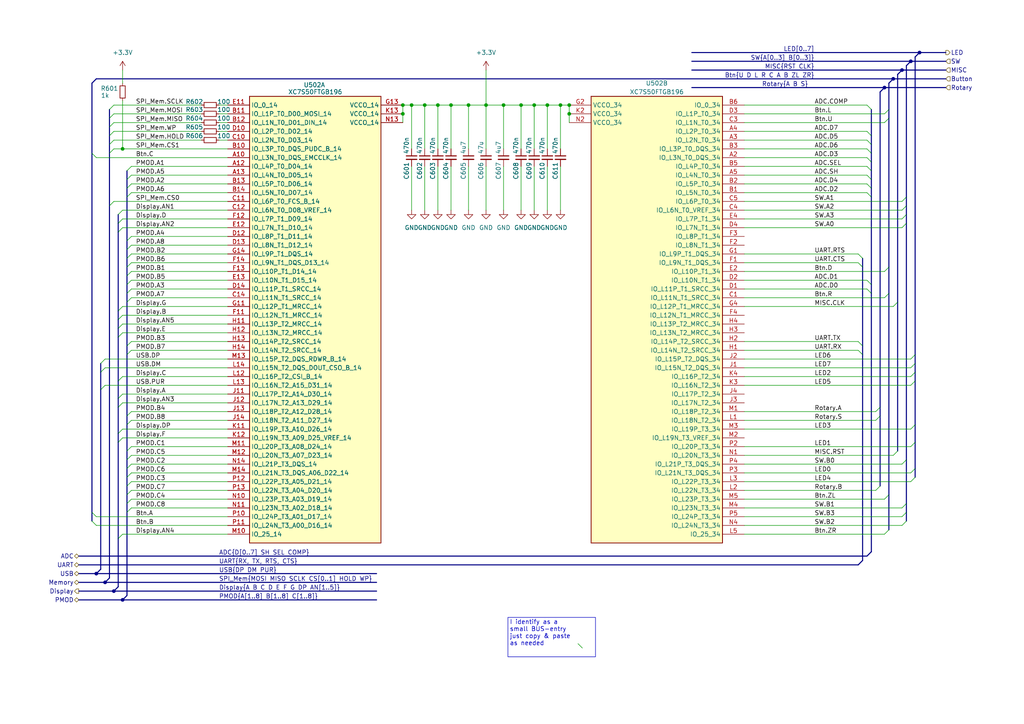
<source format=kicad_sch>
(kicad_sch (version 20250114) (generator "eeschema") (generator_version "9.0")
  (paper "A4")
  (lib_symbols
    (symbol "Device:C_Small" (pin_numbers (hide yes)) (pin_names (offset 0.254) (hide yes))
      (property "Reference" "C" (at 0.254 1.778 0))
      (property "Value" "C_Small" (at 0.254 -2.032 0))
      (symbol "C_Small_1_1"
        (pin passive line (at 0 2.54 270) (length 2.032) (name "~") (number "1"))
        (pin passive line (at 0 -2.54 90) (length 2.032) (name "~") (number "2"))
      )
    )
    (symbol "Device:R_Small" (pin_numbers (hide yes)) (pin_names (offset 0.254) (hide yes))
      (property "Reference" "R" (at 0.762 0.508 0))
      (property "Value" "R_Small" (at 0.762 -1.016 0))
      (symbol "R_Small_1_1"
        (pin passive line (at 0 2.54 270) (length 0.762) (name "~") (number "1"))
        (pin passive line (at 0 -2.54 90) (length 0.762) (name "~") (number "2"))
      )
    )
    (symbol "FPGA-Devel:XC7S50FTGB196"
      (property "Reference" "U" (at 1.016 -1.524 0))
      (property "Value" "XC7S50FTGB196" (at 30.226 -1.524 0))
      (symbol "XC7S50FTGB196_1_1"
        (pin power_in line (at -6.35 127 0) (length 6.35) (name "VCCO_14") (number "G13"))
        (pin power_in line (at -6.35 124.46 0) (length 6.35) (name "VCCO_14") (number "K13"))
        (pin power_in line (at -6.35 121.92 0) (length 6.35) (name "VCCO_14") (number "N13"))
        (pin bidirectional line (at 44.45 127 180) (length 6.35) (name "IO_0_14") (number "E11"))
        (pin bidirectional line (at 44.45 124.46 180) (length 6.35) (name "IO_L1P_T0_D00_MOSI_14") (number "B11"))
        (pin bidirectional line (at 44.45 121.92 180) (length 6.35) (name "IO_L1N_T0_D01_DIN_14") (number "B12"))
        (pin bidirectional line (at 44.45 119.38 180) (length 6.35) (name "IO_L2P_T0_D02_14") (number "D10"))
        (pin bidirectional line (at 44.45 116.84 180) (length 6.35) (name "IO_L2N_T0_D03_14") (number "C10"))
        (pin bidirectional line (at 44.45 114.3 180) (length 6.35) (name "IO_L3P_T0_DQS_PUDC_B_14") (number "B10"))
        (pin bidirectional line (at 44.45 111.76 180) (length 6.35) (name "IO_L3N_T0_DQS_EMCCLK_14") (number "A10"))
        (pin bidirectional line (at 44.45 109.22 180) (length 6.35) (name "IO_L4P_T0_D04_14") (number "A12"))
        (pin bidirectional line (at 44.45 106.68 180) (length 6.35) (name "IO_L4N_T0_D05_14") (number "A13"))
        (pin bidirectional line (at 44.45 104.14 180) (length 6.35) (name "IO_L5P_T0_D06_14") (number "B13"))
        (pin bidirectional line (at 44.45 101.6 180) (length 6.35) (name "IO_L5N_T0_D07_14") (number "B14"))
        (pin bidirectional line (at 44.45 99.06 180) (length 6.35) (name "IO_L6P_T0_FCS_B_14") (number "C11"))
        (pin bidirectional line (at 44.45 96.52 180) (length 6.35) (name "IO_L6N_T0_D08_VREF_14") (number "C12"))
        (pin bidirectional line (at 44.45 93.98 180) (length 6.35) (name "IO_L7P_T1_D09_14") (number "F12"))
        (pin bidirectional line (at 44.45 91.44 180) (length 6.35) (name "IO_L7N_T1_D10_14") (number "E12"))
        (pin bidirectional line (at 44.45 88.9 180) (length 6.35) (name "IO_L8P_T1_D11_14") (number "D12"))
        (pin bidirectional line (at 44.45 86.36 180) (length 6.35) (name "IO_L8N_T1_D12_14") (number "D13"))
        (pin bidirectional line (at 44.45 83.82 180) (length 6.35) (name "IO_L9P_T1_DQS_14") (number "G14"))
        (pin bidirectional line (at 44.45 81.28 180) (length 6.35) (name "IO_L9N_T1_DQS_D13_14") (number "F14"))
        (pin bidirectional line (at 44.45 78.74 180) (length 6.35) (name "IO_L10P_T1_D14_14") (number "F13"))
        (pin bidirectional line (at 44.45 76.2 180) (length 6.35) (name "IO_L10N_T1_D15_14") (number "E13"))
        (pin bidirectional line (at 44.45 73.66 180) (length 6.35) (name "IO_L11P_T1_SRCC_14") (number "D14"))
        (pin bidirectional line (at 44.45 71.12 180) (length 6.35) (name "IO_L11N_T1_SRCC_14") (number "C14"))
        (pin bidirectional line (at 44.45 68.58 180) (length 6.35) (name "IO_L12P_T1_MRCC_14") (number "G11"))
        (pin bidirectional line (at 44.45 66.04 180) (length 6.35) (name "IO_L12N_T1_MRCC_14") (number "F11"))
        (pin bidirectional line (at 44.45 63.5 180) (length 6.35) (name "IO_L13P_T2_MRCC_14") (number "H11"))
        (pin bidirectional line (at 44.45 60.96 180) (length 6.35) (name "IO_L13N_T2_MRCC_14") (number "H12"))
        (pin bidirectional line (at 44.45 58.42 180) (length 6.35) (name "IO_L14P_T2_SRCC_14") (number "H13"))
        (pin bidirectional line (at 44.45 55.88 180) (length 6.35) (name "IO_L14N_T2_SRCC_14") (number "H14"))
        (pin bidirectional line (at 44.45 53.34 180) (length 6.35) (name "IO_L15P_T2_DQS_RDWR_B_14") (number "M13"))
        (pin bidirectional line (at 44.45 50.8 180) (length 6.35) (name "IO_L15N_T2_DQS_DOUT_CSO_B_14") (number "L14"))
        (pin bidirectional line (at 44.45 48.26 180) (length 6.35) (name "IO_L16P_T2_CSI_B_14") (number "L12"))
        (pin bidirectional line (at 44.45 45.72 180) (length 6.35) (name "IO_L16N_T2_A15_D31_14") (number "L13"))
        (pin bidirectional line (at 44.45 43.18 180) (length 6.35) (name "IO_L17P_T2_A14_D30_14") (number "J11"))
        (pin bidirectional line (at 44.45 40.64 180) (length 6.35) (name "IO_L17N_T2_A13_D29_14") (number "J12"))
        (pin bidirectional line (at 44.45 38.1 180) (length 6.35) (name "IO_L18P_T2_A12_D28_14") (number "J13"))
        (pin bidirectional line (at 44.45 35.56 180) (length 6.35) (name "IO_L18N_T2_A11_D27_14") (number "J14"))
        (pin bidirectional line (at 44.45 33.02 180) (length 6.35) (name "IO_L19P_T3_A10_D26_14") (number "K11"))
        (pin bidirectional line (at 44.45 30.48 180) (length 6.35) (name "IO_L19N_T3_A09_D25_VREF_14") (number "K12"))
        (pin bidirectional line (at 44.45 27.94 180) (length 6.35) (name "IO_L20P_T3_A08_D24_14") (number "M11"))
        (pin bidirectional line (at 44.45 25.4 180) (length 6.35) (name "IO_L20N_T3_A07_D23_14") (number "M12"))
        (pin bidirectional line (at 44.45 22.86 180) (length 6.35) (name "IO_L21P_T3_DQS_14") (number "N14"))
        (pin bidirectional line (at 44.45 20.32 180) (length 6.35) (name "IO_L21N_T3_DQS_A06_D22_14") (number "M14"))
        (pin bidirectional line (at 44.45 17.78 180) (length 6.35) (name "IO_L22P_T3_A05_D21_14") (number "P12"))
        (pin bidirectional line (at 44.45 15.24 180) (length 6.35) (name "IO_L22N_T3_A04_D20_14") (number "P13"))
        (pin bidirectional line (at 44.45 12.7 180) (length 6.35) (name "IO_L23P_T3_A03_D19_14") (number "N10"))
        (pin bidirectional line (at 44.45 10.16 180) (length 6.35) (name "IO_L23N_T3_A02_D18_14") (number "N11"))
        (pin bidirectional line (at 44.45 7.62 180) (length 6.35) (name "IO_L24P_T3_A01_D17_14") (number "P10"))
        (pin bidirectional line (at 44.45 5.08 180) (length 6.35) (name "IO_L24N_T3_A00_D16_14") (number "P11"))
        (pin bidirectional line (at 44.45 2.54 180) (length 6.35) (name "IO_25_14") (number "M10"))
      )
      (symbol "XC7S50FTGB196_2_1"
        (pin power_in line (at -6.35 127 0) (length 6.35) (name "VCCO_34") (number "G2"))
        (pin power_in line (at -6.35 124.46 0) (length 6.35) (name "VCCO_34") (number "K2"))
        (pin power_in line (at -6.35 121.92 0) (length 6.35) (name "VCCO_34") (number "N2"))
        (pin bidirectional line (at 44.45 127 180) (length 6.35) (name "IO_0_34") (number "B6"))
        (pin bidirectional line (at 44.45 124.46 180) (length 6.35) (name "IO_L1P_T0_34") (number "D3"))
        (pin bidirectional line (at 44.45 121.92 180) (length 6.35) (name "IO_L1N_T0_34") (number "C3"))
        (pin bidirectional line (at 44.45 119.38 180) (length 6.35) (name "IO_L2P_T0_34") (number "A4"))
        (pin bidirectional line (at 44.45 116.84 180) (length 6.35) (name "IO_L2N_T0_34") (number "A3"))
        (pin bidirectional line (at 44.45 114.3 180) (length 6.35) (name "IO_L3P_T0_DQS_34") (number "B3"))
        (pin bidirectional line (at 44.45 111.76 180) (length 6.35) (name "IO_L3N_T0_DQS_34") (number "A2"))
        (pin bidirectional line (at 44.45 109.22 180) (length 6.35) (name "IO_L4P_T0_34") (number "B5"))
        (pin bidirectional line (at 44.45 106.68 180) (length 6.35) (name "IO_L4N_T0_34") (number "A5"))
        (pin bidirectional line (at 44.45 104.14 180) (length 6.35) (name "IO_L5P_T0_34") (number "B2"))
        (pin bidirectional line (at 44.45 101.6 180) (length 6.35) (name "IO_L5N_T0_34") (number "B1"))
        (pin bidirectional line (at 44.45 99.06 180) (length 6.35) (name "IO_L6P_T0_34") (number "C5"))
        (pin bidirectional line (at 44.45 96.52 180) (length 6.35) (name "IO_L6N_T0_VREF_34") (number "C4"))
        (pin bidirectional line (at 44.45 93.98 180) (length 6.35) (name "IO_L7P_T1_34") (number "E4"))
        (pin bidirectional line (at 44.45 91.44 180) (length 6.35) (name "IO_L7N_T1_34") (number "D4"))
        (pin bidirectional line (at 44.45 88.9 180) (length 6.35) (name "IO_L8P_T1_34") (number "F3"))
        (pin bidirectional line (at 44.45 86.36 180) (length 6.35) (name "IO_L8N_T1_34") (number "F2"))
        (pin bidirectional line (at 44.45 83.82 180) (length 6.35) (name "IO_L9P_T1_DQS_34") (number "G1"))
        (pin bidirectional line (at 44.45 81.28 180) (length 6.35) (name "IO_L9N_T1_DQS_34") (number "F1"))
        (pin bidirectional line (at 44.45 78.74 180) (length 6.35) (name "IO_L10P_T1_34") (number "E2"))
        (pin bidirectional line (at 44.45 76.2 180) (length 6.35) (name "IO_L10N_T1_34") (number "D2"))
        (pin bidirectional line (at 44.45 73.66 180) (length 6.35) (name "IO_L11P_T1_SRCC_34") (number "D1"))
        (pin bidirectional line (at 44.45 71.12 180) (length 6.35) (name "IO_L11N_T1_SRCC_34") (number "C1"))
        (pin bidirectional line (at 44.45 68.58 180) (length 6.35) (name "IO_L12P_T1_MRCC_34") (number "G4"))
        (pin bidirectional line (at 44.45 66.04 180) (length 6.35) (name "IO_L12N_T1_MRCC_34") (number "F4"))
        (pin bidirectional line (at 44.45 63.5 180) (length 6.35) (name "IO_L13P_T2_MRCC_34") (number "H4"))
        (pin bidirectional line (at 44.45 60.96 180) (length 6.35) (name "IO_L13N_T2_MRCC_34") (number "H3"))
        (pin bidirectional line (at 44.45 58.42 180) (length 6.35) (name "IO_L14P_T2_SRCC_34") (number "H2"))
        (pin bidirectional line (at 44.45 55.88 180) (length 6.35) (name "IO_L14N_T2_SRCC_34") (number "H1"))
        (pin bidirectional line (at 44.45 53.34 180) (length 6.35) (name "IO_L15P_T2_DQS_34") (number "J2"))
        (pin bidirectional line (at 44.45 50.8 180) (length 6.35) (name "IO_L15N_T2_DQS_34") (number "J1"))
        (pin bidirectional line (at 44.45 48.26 180) (length 6.35) (name "IO_L16P_T2_34") (number "K4"))
        (pin bidirectional line (at 44.45 45.72 180) (length 6.35) (name "IO_L16N_T2_34") (number "K3"))
        (pin bidirectional line (at 44.45 43.18 180) (length 6.35) (name "IO_L17P_T2_34") (number "J4"))
        (pin bidirectional line (at 44.45 40.64 180) (length 6.35) (name "IO_L17N_T2_34") (number "J3"))
        (pin bidirectional line (at 44.45 38.1 180) (length 6.35) (name "IO_L18P_T2_34") (number "M1"))
        (pin bidirectional line (at 44.45 35.56 180) (length 6.35) (name "IO_L18N_T2_34") (number "L1"))
        (pin bidirectional line (at 44.45 33.02 180) (length 6.35) (name "IO_L19P_T3_34") (number "M3"))
        (pin bidirectional line (at 44.45 30.48 180) (length 6.35) (name "IO_L19N_T3_VREF_34") (number "M2"))
        (pin bidirectional line (at 44.45 27.94 180) (length 6.35) (name "IO_L20P_T3_34") (number "P2"))
        (pin bidirectional line (at 44.45 25.4 180) (length 6.35) (name "IO_L20N_T3_34") (number "N1"))
        (pin bidirectional line (at 44.45 22.86 180) (length 6.35) (name "IO_L21P_T3_DQS_34") (number "P4"))
        (pin bidirectional line (at 44.45 20.32 180) (length 6.35) (name "IO_L21N_T3_DQS_34") (number "P3"))
        (pin bidirectional line (at 44.45 17.78 180) (length 6.35) (name "IO_L22P_T3_34") (number "L3"))
        (pin bidirectional line (at 44.45 15.24 180) (length 6.35) (name "IO_L22N_T3_34") (number "L2"))
        (pin bidirectional line (at 44.45 12.7 180) (length 6.35) (name "IO_L23P_T3_34") (number "M5"))
        (pin bidirectional line (at 44.45 10.16 180) (length 6.35) (name "IO_L23N_T3_34") (number "M4"))
        (pin bidirectional line (at 44.45 7.62 180) (length 6.35) (name "IO_L24P_T3_34") (number "P5"))
        (pin bidirectional line (at 44.45 5.08 180) (length 6.35) (name "IO_L24N_T3_34") (number "N4"))
        (pin bidirectional line (at 44.45 2.54 180) (length 6.35) (name "IO_25_34") (number "L5"))
      )
      (symbol "XC7S50FTGB196_3_1"
        (pin power_in line (at -6.35 60.96 0) (length 6.35) (name "VCCO_0") (number "N8"))
        (pin power_in line (at -6.35 58.42 0) (length 6.35) (name "VCCO_0") (number "N6"))
        (pin bidirectional line (at 44.45 60.96 180) (length 6.35) (name "TDI_0") (number "P7"))
        (pin bidirectional line (at 44.45 58.42 180) (length 6.35) (name "TDO_0") (number "P6"))
        (pin bidirectional line (at 44.45 55.88 180) (length 6.35) (name "TMS_0") (number "M6"))
        (pin bidirectional line (at 44.45 53.34 180) (length 6.35) (name "TCK_0") (number "A7"))
        (pin bidirectional line (at 44.45 48.26 180) (length 6.35) (name "CCLK_0") (number "A8"))
        (pin bidirectional line (at 44.45 45.72 180) (length 6.35) (name "M0_0") (number "M7"))
        (pin bidirectional line (at 44.45 43.18 180) (length 6.35) (name "M1_0") (number "M8"))
        (pin bidirectional line (at 44.45 40.64 180) (length 6.35) (name "M2_0") (number "M9"))
        (pin bidirectional line (at 44.45 35.56 180) (length 6.35) (name "DONE_0") (number "P9"))
        (pin bidirectional line (at 44.45 33.02 180) (length 6.35) (name "INIT_B_0") (number "P8"))
        (pin bidirectional line (at 44.45 30.48 180) (length 6.35) (name "PROGRAM_B_0") (number "L7"))
        (pin bidirectional line (at 44.45 25.4 180) (length 6.35) (name "CFGBVS_0") (number "N7"))
        (pin bidirectional line (at 44.45 20.32 180) (length 6.35) (name "VP_0") (number "G8"))
        (pin bidirectional line (at 44.45 17.78 180) (length 6.35) (name "VN_0") (number "H7"))
        (pin bidirectional line (at 44.45 12.7 180) (length 6.35) (name "VREFP_0") (number "H8"))
        (pin bidirectional line (at 44.45 10.16 180) (length 6.35) (name "VREFN_0") (number "G7"))
        (pin bidirectional line (at 44.45 5.08 180) (length 6.35) (name "DXP_0") (number "J8"))
        (pin bidirectional line (at 44.45 2.54 180) (length 6.35) (name "DXN_0") (number "J7"))
      )
      (symbol "XC7S50FTGB196_4_1"
        (pin power_in line (at -6.35 96.52 0) (length 6.35) (name "VCCAUX") (number "F10"))
        (pin power_in line (at -6.35 93.98 0) (length 6.35) (name "VCCAUX") (number "H10"))
        (pin power_in line (at -6.35 91.44 0) (length 6.35) (name "VCCAUX") (number "K10"))
        (pin power_in line (at -6.35 88.9 0) (length 6.35) (name "VCCAUX") (number "L9"))
        (pin power_in line (at -6.35 83.82 0) (length 6.35) (name "GNDADC_0") (number "F7"))
        (pin power_in line (at -6.35 81.28 0) (length 6.35) (name "VCCADC_0") (number "F8"))
        (pin power_in line (at -6.35 78.74 0) (length 6.35) (name "VCCBATT_0") (number "B8"))
        (pin power_in line (at -6.35 73.66 0) (length 6.35) (name "VCCBRAM") (number "E5"))
        (pin power_in line (at -6.35 71.12 0) (length 6.35) (name "VCCBRAM") (number "G5"))
        (pin power_in line (at -6.35 68.58 0) (length 6.35) (name "VCCBRAM") (number "J5"))
        (pin power_in line (at -6.35 63.5 0) (length 6.35) (name "GND") (number "A1"))
        (pin power_in line (at -6.35 60.96 0) (length 6.35) (name "GND") (number "A6"))
        (pin power_in line (at -6.35 58.42 0) (length 6.35) (name "GND") (number "A9"))
        (pin power_in line (at -6.35 55.88 0) (length 6.35) (name "GND") (number "A11"))
        (pin power_in line (at -6.35 53.34 0) (length 6.35) (name "GND") (number "A14"))
        (pin power_in line (at -6.35 50.8 0) (length 6.35) (name "GND") (number "B4"))
        (pin power_in line (at -6.35 48.26 0) (length 6.35) (name "GND") (number "B7"))
        (pin power_in line (at -6.35 45.72 0) (length 6.35) (name "GND") (number "B9"))
        (pin power_in line (at -6.35 43.18 0) (length 6.35) (name "GND") (number "C2"))
        (pin power_in line (at -6.35 40.64 0) (length 6.35) (name "GND") (number "C6"))
        (pin power_in line (at -6.35 38.1 0) (length 6.35) (name "GND") (number "C7"))
        (pin power_in line (at -6.35 35.56 0) (length 6.35) (name "GND") (number "C8"))
        (pin power_in line (at -6.35 33.02 0) (length 6.35) (name "GND") (number "C9"))
        (pin power_in line (at -6.35 30.48 0) (length 6.35) (name "GND") (number "C13"))
        (pin power_in line (at -6.35 27.94 0) (length 6.35) (name "GND") (number "D5"))
        (pin power_in line (at -6.35 25.4 0) (length 6.35) (name "GND") (number "D7"))
        (pin power_in line (at -6.35 22.86 0) (length 6.35) (name "GND") (number "D9"))
        (pin power_in line (at -6.35 20.32 0) (length 6.35) (name "GND") (number "D11"))
        (pin power_in line (at -6.35 17.78 0) (length 6.35) (name "GND") (number "E1"))
        (pin power_in line (at -6.35 15.24 0) (length 6.35) (name "GND") (number "E3"))
        (pin power_in line (at -6.35 12.7 0) (length 6.35) (name "GND") (number "E6"))
        (pin power_in line (at -6.35 10.16 0) (length 6.35) (name "GND") (number "E8"))
        (pin power_in line (at -6.35 7.62 0) (length 6.35) (name "GND") (number "E10"))
        (pin power_in line (at -6.35 5.08 0) (length 6.35) (name "GND") (number "E14"))
        (pin power_in line (at -6.35 2.54 0) (length 6.35) (name "GND") (number "F5"))
        (pin power_in line (at 44.45 96.52 180) (length 6.35) (name "VCCINT") (number "D6"))
        (pin power_in line (at 44.45 93.98 180) (length 6.35) (name "VCCINT") (number "D8"))
        (pin power_in line (at 44.45 91.44 180) (length 6.35) (name "VCCINT") (number "E7"))
        (pin power_in line (at 44.45 88.9 180) (length 6.35) (name "VCCINT") (number "E9"))
        (pin power_in line (at 44.45 86.36 180) (length 6.35) (name "VCCINT") (number "F6"))
        (pin power_in line (at 44.45 83.82 180) (length 6.35) (name "VCCINT") (number "G9"))
        (pin power_in line (at 44.45 81.28 180) (length 6.35) (name "VCCINT") (number "H6"))
        (pin power_in line (at 44.45 78.74 180) (length 6.35) (name "VCCINT") (number "J9"))
        (pin power_in line (at 44.45 76.2 180) (length 6.35) (name "VCCINT") (number "K6"))
        (pin power_in line (at 44.45 73.66 180) (length 6.35) (name "VCCINT") (number "K8"))
        (pin power_in line (at 44.45 66.04 180) (length 6.35) (name "GND") (number "F9"))
        (pin power_in line (at 44.45 63.5 180) (length 6.35) (name "GND") (number "G3"))
        (pin power_in line (at 44.45 60.96 180) (length 6.35) (name "GND") (number "G6"))
        (pin power_in line (at 44.45 58.42 180) (length 6.35) (name "GND") (number "G10"))
        (pin power_in line (at 44.45 55.88 180) (length 6.35) (name "GND") (number "G12"))
        (pin power_in line (at 44.45 53.34 180) (length 6.35) (name "GND") (number "H18"))
        (pin power_in line (at 44.45 50.8 180) (length 6.35) (name "GND") (number "H5"))
        (pin power_in line (at 44.45 48.26 180) (length 6.35) (name "GND") (number "H9"))
        (pin power_in line (at 44.45 45.72 180) (length 6.35) (name "GND") (number "J6"))
        (pin power_in line (at 44.45 43.18 180) (length 6.35) (name "GND") (number "J10"))
        (pin power_in line (at 44.45 40.64 180) (length 6.35) (name "GND") (number "K1"))
        (pin power_in line (at 44.45 38.1 180) (length 6.35) (name "GND") (number "K5"))
        (pin power_in line (at 44.45 35.56 180) (length 6.35) (name "GND") (number "K7"))
        (pin power_in line (at 44.45 33.02 180) (length 6.35) (name "GND") (number "K9"))
        (pin power_in line (at 44.45 30.48 180) (length 6.35) (name "GND") (number "K14"))
        (pin power_in line (at 44.45 27.94 180) (length 6.35) (name "GND") (number "L4"))
        (pin power_in line (at 44.45 25.4 180) (length 6.35) (name "GND") (number "L6"))
        (pin power_in line (at 44.45 22.86 180) (length 6.35) (name "GND") (number "L8"))
        (pin power_in line (at 44.45 20.32 180) (length 6.35) (name "GND") (number "L10"))
        (pin power_in line (at 44.45 17.78 180) (length 6.35) (name "GND") (number "L11"))
        (pin power_in line (at 44.45 15.24 180) (length 6.35) (name "GND") (number "N3"))
        (pin power_in line (at 44.45 12.7 180) (length 6.35) (name "GND") (number "N5"))
        (pin power_in line (at 44.45 10.16 180) (length 6.35) (name "GND") (number "N9"))
        (pin power_in line (at 44.45 7.62 180) (length 6.35) (name "GND") (number "N12"))
        (pin power_in line (at 44.45 5.08 180) (length 6.35) (name "GND") (number "P1"))
        (pin power_in line (at 44.45 2.54 180) (length 6.35) (name "GND") (number "P14"))
      )
    )
    (symbol "power:+3.3V" (power) (pin_names (offset 0))
      (property "Value" "+3.3V" (at 0 3.556 0))
      (symbol "+3.3V_1_1"
        (pin power_in line (at 0 0 90) (length 0) (hide yes) (name "+3.3V") (number "1"))
      )
    )
    (symbol "power:GND" (power) (pin_names (offset 0))
      (property "Value" "GND" (at 0 -3.81 0))
      (symbol "GND_1_1"
        (pin power_in line (at 0 0 270) (length 0) (hide yes) (name "GND") (number "1"))
      )
    )
  )
  (rectangle (start 147.32 179.07) (end 172.72 190.5))
  (text "I identify as a \nsmall BUS-entry\njust copy & paste\nas needed" (at 147.828 179.832 0) (effects (font (size 1.27 1.27)) (justify left top)))
  (junction (at 264.16 17.78))
  (junction (at 35.56 173.99))
  (junction (at 256.54 25.4))
  (junction (at 30.48 168.91))
  (junction (at 259.08 22.86))
  (junction (at 123.19 30.48))
  (junction (at 135.89 30.48))
  (junction (at 127 30.48))
  (junction (at 154.94 30.48))
  (junction (at 119.38 30.48))
  (junction (at 151.13 30.48))
  (junction (at 33.02 171.45))
  (junction (at 35.56 43.18))
  (junction (at 165.1 30.48))
  (junction (at 116.84 33.02))
  (junction (at 116.84 30.48))
  (junction (at 140.97 30.48))
  (junction (at 27.94 166.37))
  (junction (at 261.62 20.32))
  (junction (at 158.75 30.48))
  (junction (at 130.81 30.48))
  (junction (at 165.1 33.02))
  (junction (at 162.56 30.48))
  (junction (at 266.7 15.24))
  (junction (at 146.05 30.48))
  (bus_entry (at 262.89 62.23) (size -1.27 1.27))
  (bus_entry (at 29.21 105.41) (size 1.27 -1.27))
  (bus_entry (at 265.43 102.87) (size -1.27 1.27))
  (bus_entry (at 36.83 138.43) (size 1.27 -1.27))
  (bus_entry (at 248.92 101.6) (size 1.27 1.27))
  (bus_entry (at 252.73 57.15) (size -1.27 -1.27))
  (bus_entry (at 265.43 105.41) (size -1.27 1.27))
  (bus_entry (at 34.29 110.49) (size 1.27 -1.27))
  (bus_entry (at 255.27 140.97) (size -1.27 1.27))
  (bus_entry (at 27.94 149.86) (size -1.27 -1.27))
  (bus_entry (at 252.73 39.37) (size -1.27 -1.27))
  (bus_entry (at 257.81 153.67) (size -1.27 1.27))
  (bus_entry (at 262.89 146.05) (size -1.27 1.27))
  (bus_entry (at 265.43 123.19) (size -1.27 1.27))
  (bus_entry (at 31.75 44.45) (size 1.27 -1.27))
  (bus_entry (at 251.46 81.28) (size 1.27 1.27))
  (bus_entry (at 265.43 110.49) (size -1.27 1.27))
  (bus_entry (at 262.89 64.77) (size -1.27 1.27))
  (bus_entry (at 31.75 36.83) (size 1.27 -1.27))
  (bus_entry (at 36.83 57.15) (size 1.27 -1.27))
  (bus_entry (at 36.83 69.85) (size 1.27 -1.27))
  (bus_entry (at 262.89 59.69) (size -1.27 1.27))
  (bus_entry (at 36.83 140.97) (size 1.27 -1.27))
  (bus_entry (at 252.73 46.99) (size -1.27 -1.27))
  (bus_entry (at 36.83 77.47) (size 1.27 -1.27))
  (bus_entry (at 34.29 95.25) (size 1.27 -1.27))
  (bus_entry (at 34.29 128.27) (size 1.27 -1.27))
  (bus_entry (at 36.83 49.53) (size 1.27 -1.27))
  (bus_entry (at 265.43 128.27) (size -1.27 1.27))
  (bus_entry (at 248.92 99.06) (size 1.27 1.27))
  (bus_entry (at 257.81 143.51) (size -1.27 1.27))
  (bus_entry (at 36.83 74.93) (size 1.27 -1.27))
  (bus_entry (at 29.21 113.03) (size 1.27 -1.27))
  (bus_entry (at 260.35 130.81) (size -1.27 1.27))
  (bus_entry (at 252.73 52.07) (size -1.27 -1.27))
  (bus_entry (at 36.83 80.01) (size 1.27 -1.27))
  (bus_entry (at 36.83 130.81) (size 1.27 -1.27))
  (bus_entry (at 29.21 107.95) (size 1.27 -1.27))
  (bus_entry (at 251.46 83.82) (size 1.27 1.27))
  (bus_entry (at 262.89 148.59) (size -1.27 1.27))
  (bus_entry (at 34.29 125.73) (size 1.27 -1.27))
  (bus_entry (at 36.83 82.55) (size 1.27 -1.27))
  (bus_entry (at 252.73 54.61) (size -1.27 -1.27))
  (bus_entry (at 36.83 123.19) (size 1.27 -1.27))
  (bus_entry (at 34.29 97.79) (size 1.27 -1.27))
  (bus_entry (at 31.75 59.69) (size 1.27 -1.27))
  (bus_entry (at 252.73 49.53) (size -1.27 -1.27))
  (bus_entry (at 255.27 120.65) (size -1.27 1.27))
  (bus_entry (at 36.83 72.39) (size 1.27 -1.27))
  (bus_entry (at 36.83 87.63) (size 1.27 -1.27))
  (bus_entry (at 36.83 135.89) (size 1.27 -1.27))
  (bus_entry (at 262.89 57.15) (size -1.27 1.27))
  (bus_entry (at 31.75 34.29) (size 1.27 -1.27))
  (bus_entry (at 34.29 64.77) (size 1.27 -1.27))
  (bus_entry (at 36.83 133.35) (size 1.27 -1.27))
  (bus_entry (at 262.89 133.35) (size -1.27 1.27))
  (bus_entry (at 36.83 52.07) (size 1.27 -1.27))
  (bus_entry (at 248.92 73.66) (size 1.27 1.27))
  (bus_entry (at 31.75 31.75) (size 1.27 -1.27))
  (bus_entry (at 262.89 151.13) (size -1.27 1.27))
  (bus_entry (at 26.67 44.45) (size 1.27 1.27))
  (bus_entry (at 36.83 85.09) (size 1.27 -1.27))
  (bus_entry (at 34.29 67.31) (size 1.27 -1.27))
  (bus_entry (at 34.29 62.23) (size 1.27 -1.27))
  (bus_entry (at 34.29 115.57) (size 1.27 -1.27))
  (bus_entry (at 36.83 148.59) (size 1.27 -1.27))
  (bus_entry (at 167.64 186.69) (size 1.27 1.27))
  (bus_entry (at 255.27 118.11) (size -1.27 1.27))
  (bus_entry (at 34.29 92.71) (size 1.27 -1.27))
  (bus_entry (at 31.75 41.91) (size 1.27 -1.27))
  (bus_entry (at 36.83 120.65) (size 1.27 -1.27))
  (bus_entry (at 36.83 100.33) (size 1.27 -1.27))
  (bus_entry (at 36.83 54.61) (size 1.27 -1.27))
  (bus_entry (at 257.81 31.75) (size -1.27 1.27))
  (bus_entry (at 31.75 39.37) (size 1.27 -1.27))
  (bus_entry (at 34.29 118.11) (size 1.27 -1.27))
  (bus_entry (at 248.92 76.2) (size 1.27 1.27))
  (bus_entry (at 260.35 87.63) (size -1.27 1.27))
  (bus_entry (at 265.43 135.89) (size -1.27 1.27))
  (bus_entry (at 34.29 156.21) (size 1.27 -1.27))
  (bus_entry (at 257.81 34.29) (size -1.27 1.27))
  (bus_entry (at 252.73 41.91) (size -1.27 -1.27))
  (bus_entry (at 34.29 90.17) (size 1.27 -1.27))
  (bus_entry (at 257.81 77.47) (size -1.27 1.27))
  (bus_entry (at 265.43 138.43) (size -1.27 1.27))
  (bus_entry (at 252.73 31.75) (size -1.27 -1.27))
  (bus_entry (at 36.83 102.87) (size 1.27 -1.27))
  (bus_entry (at 265.43 107.95) (size -1.27 1.27))
  (bus_entry (at 27.94 152.4) (size -1.27 -1.27))
  (bus_entry (at 252.73 44.45) (size -1.27 -1.27))
  (bus_entry (at 257.81 85.09) (size -1.27 1.27))
  (bus_entry (at 36.83 146.05) (size 1.27 -1.27))
  (bus_entry (at 36.83 143.51) (size 1.27 -1.27))
  (wire (pts (xy 154.94 48.26) (xy 154.94 60.96)))
  (wire (pts (xy 35.56 93.98) (xy 66.04 93.98)))
  (bus (pts (xy 252.73 39.37) (xy 252.73 41.91)))
  (bus (pts (xy 250.19 102.87) (xy 250.19 162.56)))
  (wire (pts (xy 215.9 111.76) (xy 264.16 111.76)))
  (bus (pts (xy 259.08 22.86) (xy 274.32 22.86)))
  (wire (pts (xy 35.56 114.3) (xy 66.04 114.3)))
  (wire (pts (xy 33.02 30.48) (xy 58.42 30.48)))
  (wire (pts (xy 215.9 35.56) (xy 256.54 35.56)))
  (bus (pts (xy 264.16 17.78) (xy 262.89 19.05)))
  (bus (pts (xy 36.83 138.43) (xy 36.83 140.97)))
  (bus (pts (xy 22.86 173.99) (xy 35.56 173.99)))
  (wire (pts (xy 38.1 121.92) (xy 66.04 121.92)))
  (wire (pts (xy 38.1 86.36) (xy 66.04 86.36)))
  (bus (pts (xy 33.02 171.45) (xy 34.29 170.18)))
  (wire (pts (xy 135.89 48.26) (xy 135.89 60.96)))
  (wire (pts (xy 146.05 48.26) (xy 146.05 60.96)))
  (bus (pts (xy 252.73 85.09) (xy 252.73 160.02)))
  (wire (pts (xy 215.9 53.34) (xy 251.46 53.34)))
  (wire (pts (xy 30.48 111.76) (xy 66.04 111.76)))
  (bus (pts (xy 250.19 100.33) (xy 250.19 102.87)))
  (bus (pts (xy 200.66 17.78) (xy 264.16 17.78)))
  (bus (pts (xy 26.67 148.59) (xy 26.67 151.13)))
  (bus (pts (xy 27.94 22.86) (xy 259.08 22.86)))
  (wire (pts (xy 38.1 48.26) (xy 66.04 48.26)))
  (wire (pts (xy 35.56 43.18) (xy 66.04 43.18)))
  (bus (pts (xy 34.29 92.71) (xy 34.29 95.25)))
  (bus (pts (xy 31.75 31.75) (xy 31.75 34.29)))
  (wire (pts (xy 33.02 33.02) (xy 58.42 33.02)))
  (bus (pts (xy 252.73 31.75) (xy 252.73 39.37)))
  (wire (pts (xy 215.9 83.82) (xy 251.46 83.82)))
  (wire (pts (xy 123.19 30.48) (xy 127 30.48)))
  (wire (pts (xy 140.97 30.48) (xy 140.97 43.18)))
  (bus (pts (xy 36.83 120.65) (xy 36.83 123.19)))
  (wire (pts (xy 215.9 144.78) (xy 256.54 144.78)))
  (bus (pts (xy 265.43 123.19) (xy 265.43 128.27)))
  (bus (pts (xy 31.75 36.83) (xy 31.75 39.37)))
  (bus (pts (xy 31.75 44.45) (xy 31.75 59.69)))
  (wire (pts (xy 33.02 38.1) (xy 58.42 38.1)))
  (wire (pts (xy 215.9 55.88) (xy 251.46 55.88)))
  (wire (pts (xy 146.05 30.48) (xy 146.05 43.18)))
  (bus (pts (xy 36.83 133.35) (xy 36.83 135.89)))
  (bus (pts (xy 22.86 161.29) (xy 251.46 161.29)))
  (wire (pts (xy 154.94 30.48) (xy 154.94 43.18)))
  (bus (pts (xy 30.48 168.91) (xy 31.75 167.64)))
  (wire (pts (xy 30.48 104.14) (xy 66.04 104.14)))
  (bus (pts (xy 36.83 80.01) (xy 36.83 82.55)))
  (bus (pts (xy 34.29 156.21) (xy 34.29 170.18)))
  (bus (pts (xy 262.89 57.15) (xy 262.89 59.69)))
  (wire (pts (xy 215.9 121.92) (xy 254 121.92)))
  (wire (pts (xy 215.9 106.68) (xy 264.16 106.68)))
  (wire (pts (xy 130.81 48.26) (xy 130.81 60.96)))
  (wire (pts (xy 38.1 142.24) (xy 66.04 142.24)))
  (bus (pts (xy 35.56 173.99) (xy 109.22 173.99)))
  (wire (pts (xy 215.9 88.9) (xy 259.08 88.9)))
  (wire (pts (xy 63.5 30.48) (xy 66.04 30.48)))
  (wire (pts (xy 127 30.48) (xy 130.81 30.48)))
  (bus (pts (xy 36.83 87.63) (xy 36.83 100.33)))
  (bus (pts (xy 36.83 74.93) (xy 36.83 77.47)))
  (wire (pts (xy 130.81 30.48) (xy 130.81 43.18)))
  (wire (pts (xy 27.94 45.72) (xy 66.04 45.72)))
  (wire (pts (xy 146.05 30.48) (xy 140.97 30.48)))
  (wire (pts (xy 127 48.26) (xy 127 60.96)))
  (wire (pts (xy 38.1 139.7) (xy 66.04 139.7)))
  (wire (pts (xy 215.9 43.18) (xy 251.46 43.18)))
  (bus (pts (xy 26.67 44.45) (xy 26.67 148.59)))
  (wire (pts (xy 63.5 33.02) (xy 66.04 33.02)))
  (bus (pts (xy 34.29 115.57) (xy 34.29 118.11)))
  (bus (pts (xy 250.19 77.47) (xy 250.19 100.33)))
  (wire (pts (xy 215.9 60.96) (xy 261.62 60.96)))
  (bus (pts (xy 262.89 146.05) (xy 262.89 148.59)))
  (wire (pts (xy 215.9 124.46) (xy 264.16 124.46)))
  (wire (pts (xy 38.1 129.54) (xy 66.04 129.54)))
  (bus (pts (xy 257.81 31.75) (xy 257.81 34.29)))
  (bus (pts (xy 257.81 24.13) (xy 257.81 31.75)))
  (bus (pts (xy 255.27 26.67) (xy 255.27 118.11)))
  (bus (pts (xy 34.29 90.17) (xy 34.29 92.71)))
  (bus (pts (xy 22.86 168.91) (xy 30.48 168.91)))
  (wire (pts (xy 35.56 116.84) (xy 66.04 116.84)))
  (wire (pts (xy 33.02 43.18) (xy 35.56 43.18)))
  (wire (pts (xy 146.05 30.48) (xy 151.13 30.48)))
  (bus (pts (xy 36.83 100.33) (xy 36.83 102.87)))
  (wire (pts (xy 162.56 48.26) (xy 162.56 60.96)))
  (bus (pts (xy 262.89 64.77) (xy 262.89 133.35)))
  (wire (pts (xy 215.9 78.74) (xy 256.54 78.74)))
  (bus (pts (xy 265.43 128.27) (xy 265.43 135.89)))
  (wire (pts (xy 162.56 30.48) (xy 162.56 43.18)))
  (bus (pts (xy 36.83 52.07) (xy 36.83 54.61)))
  (wire (pts (xy 215.9 149.86) (xy 261.62 149.86)))
  (bus (pts (xy 36.83 140.97) (xy 36.83 143.51)))
  (wire (pts (xy 63.5 40.64) (xy 66.04 40.64)))
  (wire (pts (xy 215.9 134.62) (xy 261.62 134.62)))
  (wire (pts (xy 35.56 66.04) (xy 66.04 66.04)))
  (wire (pts (xy 38.1 73.66) (xy 66.04 73.66)))
  (bus (pts (xy 31.75 41.91) (xy 31.75 44.45)))
  (bus (pts (xy 265.43 105.41) (xy 265.43 107.95)))
  (bus (pts (xy 264.16 17.78) (xy 274.32 17.78)))
  (wire (pts (xy 215.9 152.4) (xy 261.62 152.4)))
  (wire (pts (xy 35.56 109.22) (xy 66.04 109.22)))
  (bus (pts (xy 266.7 15.24) (xy 274.32 15.24)))
  (wire (pts (xy 140.97 48.26) (xy 140.97 60.96)))
  (bus (pts (xy 36.83 77.47) (xy 36.83 80.01)))
  (wire (pts (xy 35.56 60.96) (xy 66.04 60.96)))
  (bus (pts (xy 29.21 113.03) (xy 29.21 165.1)))
  (bus (pts (xy 265.43 16.51) (xy 265.43 102.87)))
  (wire (pts (xy 35.56 88.9) (xy 66.04 88.9)))
  (wire (pts (xy 38.1 144.78) (xy 66.04 144.78)))
  (bus (pts (xy 34.29 97.79) (xy 34.29 110.49)))
  (wire (pts (xy 38.1 81.28) (xy 66.04 81.28)))
  (bus (pts (xy 36.83 123.19) (xy 36.83 130.81)))
  (bus (pts (xy 265.43 107.95) (xy 265.43 110.49)))
  (wire (pts (xy 215.9 40.64) (xy 251.46 40.64)))
  (bus (pts (xy 255.27 120.65) (xy 255.27 140.97)))
  (bus (pts (xy 248.92 163.83) (xy 250.19 162.56)))
  (bus (pts (xy 36.83 143.51) (xy 36.83 146.05)))
  (bus (pts (xy 252.73 41.91) (xy 252.73 44.45)))
  (bus (pts (xy 255.27 118.11) (xy 255.27 120.65)))
  (bus (pts (xy 34.29 110.49) (xy 34.29 115.57)))
  (wire (pts (xy 151.13 30.48) (xy 151.13 43.18)))
  (wire (pts (xy 38.1 53.34) (xy 66.04 53.34)))
  (bus (pts (xy 262.89 19.05) (xy 262.89 57.15)))
  (bus (pts (xy 257.81 85.09) (xy 257.81 143.51)))
  (wire (pts (xy 215.9 104.14) (xy 264.16 104.14)))
  (wire (pts (xy 35.56 154.94) (xy 66.04 154.94)))
  (bus (pts (xy 36.83 85.09) (xy 36.83 87.63)))
  (wire (pts (xy 27.94 152.4) (xy 66.04 152.4)))
  (wire (pts (xy 162.56 30.48) (xy 165.1 30.48)))
  (wire (pts (xy 38.1 55.88) (xy 66.04 55.88)))
  (bus (pts (xy 34.29 128.27) (xy 34.29 156.21)))
  (wire (pts (xy 33.02 35.56) (xy 58.42 35.56)))
  (wire (pts (xy 33.02 40.64) (xy 58.42 40.64)))
  (wire (pts (xy 215.9 63.5) (xy 261.62 63.5)))
  (wire (pts (xy 158.75 48.26) (xy 158.75 60.96)))
  (wire (pts (xy 215.9 48.26) (xy 251.46 48.26)))
  (bus (pts (xy 27.94 166.37) (xy 109.22 166.37)))
  (wire (pts (xy 38.1 83.82) (xy 66.04 83.82)))
  (wire (pts (xy 63.5 35.56) (xy 66.04 35.56)))
  (wire (pts (xy 215.9 129.54) (xy 264.16 129.54)))
  (bus (pts (xy 34.29 67.31) (xy 34.29 90.17)))
  (bus (pts (xy 36.83 54.61) (xy 36.83 57.15)))
  (wire (pts (xy 116.84 35.56) (xy 116.84 33.02)))
  (bus (pts (xy 262.89 148.59) (xy 262.89 151.13)))
  (bus (pts (xy 27.94 166.37) (xy 29.21 165.1)))
  (bus (pts (xy 36.83 49.53) (xy 36.83 52.07)))
  (bus (pts (xy 251.46 161.29) (xy 252.73 160.02)))
  (wire (pts (xy 215.9 81.28) (xy 251.46 81.28)))
  (bus (pts (xy 31.75 34.29) (xy 31.75 36.83)))
  (wire (pts (xy 215.9 119.38) (xy 254 119.38)))
  (bus (pts (xy 265.43 102.87) (xy 265.43 105.41)))
  (wire (pts (xy 215.9 142.24) (xy 254 142.24)))
  (wire (pts (xy 215.9 132.08) (xy 259.08 132.08)))
  (bus (pts (xy 26.67 24.13) (xy 27.94 22.86)))
  (wire (pts (xy 38.1 99.06) (xy 66.04 99.06)))
  (bus (pts (xy 36.83 172.72) (xy 35.56 173.99)))
  (bus (pts (xy 36.83 72.39) (xy 36.83 74.93)))
  (bus (pts (xy 36.83 102.87) (xy 36.83 120.65)))
  (wire (pts (xy 215.9 38.1) (xy 251.46 38.1)))
  (bus (pts (xy 252.73 57.15) (xy 252.73 82.55)))
  (wire (pts (xy 165.1 33.02) (xy 165.1 30.48)))
  (bus (pts (xy 36.83 146.05) (xy 36.83 148.59)))
  (wire (pts (xy 119.38 30.48) (xy 119.38 43.18)))
  (bus (pts (xy 200.66 20.32) (xy 261.62 20.32)))
  (bus (pts (xy 29.21 107.95) (xy 29.21 113.03)))
  (wire (pts (xy 215.9 45.72) (xy 251.46 45.72)))
  (wire (pts (xy 135.89 30.48) (xy 140.97 30.48)))
  (wire (pts (xy 30.48 106.68) (xy 66.04 106.68)))
  (bus (pts (xy 22.86 163.83) (xy 248.92 163.83)))
  (wire (pts (xy 215.9 139.7) (xy 264.16 139.7)))
  (bus (pts (xy 22.86 166.37) (xy 27.94 166.37)))
  (wire (pts (xy 215.9 137.16) (xy 264.16 137.16)))
  (bus (pts (xy 34.29 62.23) (xy 34.29 64.77)))
  (wire (pts (xy 35.56 20.32) (xy 35.56 24.13)))
  (wire (pts (xy 38.1 71.12) (xy 66.04 71.12)))
  (wire (pts (xy 35.56 29.21) (xy 35.56 43.18)))
  (bus (pts (xy 36.83 135.89) (xy 36.83 138.43)))
  (bus (pts (xy 36.83 57.15) (xy 36.83 69.85)))
  (wire (pts (xy 38.1 50.8) (xy 66.04 50.8)))
  (wire (pts (xy 35.56 96.52) (xy 66.04 96.52)))
  (wire (pts (xy 35.56 124.46) (xy 66.04 124.46)))
  (wire (pts (xy 63.5 38.1) (xy 66.04 38.1)))
  (bus (pts (xy 29.21 105.41) (xy 29.21 107.95)))
  (bus (pts (xy 31.75 39.37) (xy 31.75 41.91)))
  (bus (pts (xy 22.86 171.45) (xy 33.02 171.45)))
  (bus (pts (xy 256.54 25.4) (xy 255.27 26.67)))
  (wire (pts (xy 151.13 30.48) (xy 154.94 30.48)))
  (wire (pts (xy 27.94 149.86) (xy 66.04 149.86)))
  (wire (pts (xy 123.19 48.26) (xy 123.19 60.96)))
  (wire (pts (xy 38.1 119.38) (xy 66.04 119.38)))
  (bus (pts (xy 34.29 95.25) (xy 34.29 97.79)))
  (wire (pts (xy 38.1 137.16) (xy 66.04 137.16)))
  (wire (pts (xy 158.75 30.48) (xy 162.56 30.48)))
  (wire (pts (xy 215.9 58.42) (xy 261.62 58.42)))
  (wire (pts (xy 165.1 35.56) (xy 165.1 33.02)))
  (wire (pts (xy 33.02 58.42) (xy 66.04 58.42)))
  (wire (pts (xy 38.1 78.74) (xy 66.04 78.74)))
  (wire (pts (xy 35.56 63.5) (xy 66.04 63.5)))
  (wire (pts (xy 215.9 109.22) (xy 264.16 109.22)))
  (bus (pts (xy 36.83 69.85) (xy 36.83 72.39)))
  (bus (pts (xy 33.02 171.45) (xy 109.22 171.45)))
  (bus (pts (xy 200.66 15.24) (xy 266.7 15.24)))
  (wire (pts (xy 38.1 147.32) (xy 66.04 147.32)))
  (bus (pts (xy 260.35 87.63) (xy 260.35 130.81)))
  (wire (pts (xy 140.97 30.48) (xy 140.97 20.32)))
  (wire (pts (xy 215.9 30.48) (xy 251.46 30.48)))
  (bus (pts (xy 250.19 74.93) (xy 250.19 77.47)))
  (wire (pts (xy 38.1 68.58) (xy 66.04 68.58)))
  (wire (pts (xy 215.9 66.04) (xy 261.62 66.04)))
  (bus (pts (xy 252.73 49.53) (xy 252.73 52.07)))
  (bus (pts (xy 252.73 46.99) (xy 252.73 49.53)))
  (bus (pts (xy 260.35 21.59) (xy 260.35 87.63)))
  (wire (pts (xy 119.38 30.48) (xy 123.19 30.48)))
  (wire (pts (xy 119.38 48.26) (xy 119.38 60.96)))
  (wire (pts (xy 38.1 134.62) (xy 66.04 134.62)))
  (wire (pts (xy 215.9 154.94) (xy 256.54 154.94)))
  (bus (pts (xy 252.73 54.61) (xy 252.73 57.15)))
  (wire (pts (xy 215.9 73.66) (xy 248.92 73.66)))
  (wire (pts (xy 123.19 30.48) (xy 123.19 43.18)))
  (wire (pts (xy 215.9 86.36) (xy 256.54 86.36)))
  (wire (pts (xy 127 30.48) (xy 127 43.18)))
  (wire (pts (xy 35.56 127) (xy 66.04 127)))
  (bus (pts (xy 34.29 64.77) (xy 34.29 67.31)))
  (bus (pts (xy 36.83 130.81) (xy 36.83 133.35)))
  (bus (pts (xy 252.73 44.45) (xy 252.73 46.99)))
  (bus (pts (xy 257.81 24.13) (xy 259.08 22.86)))
  (bus (pts (xy 262.89 133.35) (xy 262.89 146.05)))
  (wire (pts (xy 35.56 91.44) (xy 66.04 91.44)))
  (wire (pts (xy 215.9 101.6) (xy 248.92 101.6)))
  (wire (pts (xy 215.9 50.8) (xy 251.46 50.8)))
  (bus (pts (xy 252.73 52.07) (xy 252.73 54.61)))
  (bus (pts (xy 257.81 34.29) (xy 257.81 77.47)))
  (bus (pts (xy 256.54 25.4) (xy 274.32 25.4)))
  (wire (pts (xy 158.75 30.48) (xy 158.75 43.18)))
  (bus (pts (xy 260.35 21.59) (xy 261.62 20.32)))
  (bus (pts (xy 36.83 82.55) (xy 36.83 85.09)))
  (wire (pts (xy 215.9 33.02) (xy 256.54 33.02)))
  (bus (pts (xy 257.81 77.47) (xy 257.81 85.09)))
  (bus (pts (xy 200.66 25.4) (xy 256.54 25.4)))
  (bus (pts (xy 257.81 143.51) (xy 257.81 153.67)))
  (wire (pts (xy 154.94 30.48) (xy 158.75 30.48)))
  (wire (pts (xy 116.84 30.48) (xy 119.38 30.48)))
  (bus (pts (xy 34.29 125.73) (xy 34.29 128.27)))
  (wire (pts (xy 38.1 132.08) (xy 66.04 132.08)))
  (bus (pts (xy 261.62 20.32) (xy 274.32 20.32)))
  (wire (pts (xy 151.13 48.26) (xy 151.13 60.96)))
  (wire (pts (xy 38.1 101.6) (xy 66.04 101.6)))
  (bus (pts (xy 26.67 24.13) (xy 26.67 44.45)))
  (wire (pts (xy 116.84 33.02) (xy 116.84 30.48)))
  (wire (pts (xy 215.9 99.06) (xy 248.92 99.06)))
  (bus (pts (xy 265.43 16.51) (xy 266.7 15.24)))
  (wire (pts (xy 215.9 76.2) (xy 248.92 76.2)))
  (wire (pts (xy 135.89 30.48) (xy 135.89 43.18)))
  (bus (pts (xy 34.29 118.11) (xy 34.29 125.73)))
  (bus (pts (xy 31.75 59.69) (xy 31.75 167.64)))
  (bus (pts (xy 252.73 82.55) (xy 252.73 85.09)))
  (bus (pts (xy 36.83 148.59) (xy 36.83 172.72)))
  (bus (pts (xy 262.89 59.69) (xy 262.89 62.23)))
  (wire (pts (xy 215.9 147.32) (xy 261.62 147.32)))
  (wire (pts (xy 130.81 30.48) (xy 135.89 30.48)))
  (bus (pts (xy 265.43 135.89) (xy 265.43 138.43)))
  (bus (pts (xy 262.89 62.23) (xy 262.89 64.77)))
  (bus (pts (xy 30.48 168.91) (xy 109.22 168.91)))
  (bus (pts (xy 265.43 110.49) (xy 265.43 123.19)))
  (wire (pts (xy 38.1 76.2) (xy 66.04 76.2)))
  (label "Btn.C" (at 39.37 45.72 0))
  (label "PMOD.B4" (at 39.37 119.38 0))
  (label "PMOD.C3" (at 39.37 139.7 0))
  (label "Display.AN5" (at 39.37 93.98 0))
  (label "Display{A B C D E F G DP AN[1..5]}" (at 63.5 171.45 0))
  (label "PMOD.A6" (at 39.37 55.88 0))
  (label "Btn.R" (at 236.22 86.36 0))
  (label "UART.RTS" (at 236.22 73.66 0))
  (label "Rotary.S" (at 236.22 121.92 0))
  (label "SPI_Mem.CS1" (at 39.37 43.18 0))
  (label "Rotary.A" (at 236.22 119.38 0))
  (label "SW.B0" (at 236.22 134.62 0))
  (label "SPI_Mem.CS0" (at 39.37 58.42 0))
  (label "Btn.ZL" (at 236.22 144.78 0))
  (label "PMOD.A2" (at 39.37 53.34 0))
  (label "PMOD.B7" (at 39.37 101.6 0))
  (label "LED1" (at 236.22 129.54 0))
  (label "Btn.L" (at 236.22 33.02 0))
  (label "PMOD.A4" (at 39.37 68.58 0))
  (label "ADC.D7" (at 236.22 38.1 0))
  (label "Display.G" (at 39.37 88.9 0))
  (label "LED5" (at 236.22 111.76 0))
  (label "ADC.D1" (at 236.22 81.28 0))
  (label "Display.F" (at 39.37 127 0))
  (label "Display.AN4" (at 39.37 154.94 0))
  (label "Btn{U D L R C A B ZL ZR}" (at 236.22 22.86 180))
  (label "SPI_Mem.MISO" (at 39.37 35.56 0))
  (label "USB.DM" (at 39.37 106.68 0))
  (label "Btn.U" (at 236.22 35.56 0))
  (label "SW.B2" (at 236.22 152.4 0))
  (label "PMOD.C7" (at 39.37 142.24 0))
  (label "SW.A3" (at 236.22 63.5 0))
  (label "Display.D" (at 39.37 63.5 0))
  (label "SPI_Mem.MOSI" (at 39.37 33.02 0))
  (label "PMOD.C1" (at 39.37 129.54 0))
  (label "SW.A2" (at 236.22 60.96 0))
  (label "USB.DP" (at 39.37 104.14 0))
  (label "PMOD.A3" (at 39.37 83.82 0))
  (label "PMOD.C8" (at 39.37 147.32 0))
  (label "PMOD.B8" (at 39.37 121.92 0))
  (label "UART.TX" (at 236.22 99.06 0))
  (label "PMOD.A1" (at 39.37 48.26 0))
  (label "PMOD.B1" (at 39.37 78.74 0))
  (label "LED[0..7]" (at 236.22 15.24 180))
  (label "ADC.D0" (at 236.22 83.82 0))
  (label "Display.C" (at 39.37 109.22 0))
  (label "Display.AN3" (at 39.37 116.84 0))
  (label "PMOD.C5" (at 39.37 132.08 0))
  (label "ADC.D6" (at 236.22 43.18 0))
  (label "ADC.SH" (at 236.22 50.8 0))
  (label "Rotary{A B S}" (at 220.98 25.4 0))
  (label "MISC.RST" (at 236.22 132.08 0))
  (label "ADC.D5" (at 236.22 40.64 0))
  (label "Display.B" (at 39.37 91.44 0))
  (label "USB{DP DM PUR}" (at 63.5 166.37 0))
  (label "ADC{D[0..7] SH SEL COMP}" (at 63.5 161.29 0))
  (label "LED7" (at 236.22 106.68 0))
  (label "PMOD.C4" (at 39.37 144.78 0))
  (label "MISC{RST CLK}" (at 236.22 20.32 180))
  (label "Display.AN2" (at 39.37 66.04 0))
  (label "SW.B3" (at 236.22 149.86 0))
  (label "SPI_Mem.SCLK" (at 39.37 30.48 0))
  (label "PMOD.A8" (at 39.37 71.12 0))
  (label "PMOD.C2" (at 39.37 134.62 0))
  (label "MISC.CLK" (at 236.22 88.9 0))
  (label "UART.RX" (at 236.22 101.6 0))
  (label "ADC.COMP" (at 236.22 30.48 0))
  (label "Display.DP" (at 39.37 124.46 0))
  (label "Display.A" (at 39.37 114.3 0))
  (label "UART.CTS" (at 236.22 76.2 0))
  (label "PMOD.C6" (at 39.37 137.16 0))
  (label "SW.B1" (at 236.22 147.32 0))
  (label "Btn.ZR" (at 236.22 154.94 0))
  (label "LED0" (at 236.22 137.16 0))
  (label "LED3" (at 236.22 124.46 0))
  (label "SPI_Mem{MOSI MISO SCLK CS[0..1] HOLD WP}" (at 63.5 168.91 0))
  (label "PMOD.B5" (at 39.37 81.28 0))
  (label "Display.AN1" (at 39.37 60.96 0))
  (label "ADC.D3" (at 236.22 45.72 0))
  (label "Btn.B" (at 39.37 152.4 0))
  (label "PMOD.A7" (at 39.37 86.36 0))
  (label "ADC.SEL" (at 236.22 48.26 0))
  (label "Display.E" (at 39.37 96.52 0))
  (label "SW.A0" (at 236.22 66.04 0))
  (label "Rotary.B" (at 236.22 142.24 0))
  (label "Btn.A" (at 39.37 149.86 0))
  (label "UART{RX, TX, RTS, CTS}" (at 63.5 163.83 0))
  (label "PMOD.A5" (at 39.37 50.8 0))
  (label "LED4" (at 236.22 139.7 0))
  (label "SPI_Mem.HOLD" (at 39.37 40.64 0))
  (label "PMOD{A[1..8] B[1..8] C[1..8]}" (at 63.5 173.99 0))
  (label "SW.A1" (at 236.22 58.42 0))
  (label "Btn.D" (at 236.22 78.74 0))
  (label "ADC.D4" (at 236.22 53.34 0))
  (label "PMOD.B6" (at 39.37 76.2 0))
  (label "PMOD.B2" (at 39.37 73.66 0))
  (label "USB.PUR" (at 39.37 111.76 0))
  (label "PMOD.B3" (at 39.37 99.06 0))
  (label "LED6" (at 236.22 104.14 0))
  (label "ADC.D2" (at 236.22 55.88 0))
  (label "LED2" (at 236.22 109.22 0))
  (label "SPI_Mem.WP" (at 39.37 38.1 0))
  (label "SW{A[0..3] B[0..3]}" (at 236.22 17.78 180))
  (hierarchical_label "PMOD" (shape bidirectional) (at 22.86 173.99 180))
  (hierarchical_label "Rotary" (shape input) (at 274.32 25.4 0))
  (hierarchical_label "SW" (shape input) (at 274.32 17.78 0))
  (hierarchical_label "Button" (shape input) (at 274.32 22.86 0))
  (hierarchical_label "ADC" (shape bidirectional) (at 22.86 161.29 180))
  (hierarchical_label "MISC" (shape input) (at 274.32 20.32 0))
  (hierarchical_label "Display" (shape output) (at 22.86 171.45 180))
  (hierarchical_label "UART" (shape bidirectional) (at 22.86 163.83 180))
  (hierarchical_label "LED" (shape output) (at 274.32 15.24 0))
  (hierarchical_label "Memory" (shape bidirectional) (at 22.86 168.91 180))
  (hierarchical_label "USB" (shape bidirectional) (at 22.86 166.37 180))
  (symbol (lib_id "Device:C_Small") (at 119.38 45.72 0) (unit 1)
    (property "Reference" "C601" (at 118.618 46.99 90) (effects (justify right bottom)))
    (property "Value" "470n" (at 118.618 44.704 90) (effects (justify left bottom)))
    (property "Footprint" "Capacitor_SMD:C_0402_1005Metric" (effects (hide yes)))
    (property "Description" "Unpolarized capacitor, small symbol" (effects (hide yes)))
    (property "Würth" "885012105004" (effects (hide yes)))
  )
  (symbol (lib_id "power:GND") (at 130.81 60.96 0) (unit 1)
    (property "Reference" "#PWR0606" (effects (hide yes)))
    (property "Value" "GND" (at 130.81 66.04 0))
    (property "Description" "Power symbol creates a global label with name \"GND\" , ground" (effects (hide yes)))
  )
  (symbol (lib_id "Device:C_Small") (at 146.05 45.72 0) (unit 1)
    (property "Reference" "C607" (at 145.288 46.99 90) (effects (justify right bottom)))
    (property "Value" "4u7" (at 145.288 44.704 90) (effects (justify left bottom)))
    (property "Footprint" "Capacitor_SMD:C_0603_1608Metric" (effects (hide yes)))
    (property "Description" "Unpolarized capacitor, small symbol" (effects (hide yes)))
    (property "Würth" "885012106005" (effects (hide yes)))
  )
  (symbol (lib_id "Device:C_Small") (at 127 45.72 0) (unit 1)
    (property "Reference" "C603" (at 126.238 46.99 90) (effects (justify right bottom)))
    (property "Value" "470n" (at 126.238 44.704 90) (effects (justify left bottom)))
    (property "Footprint" "Capacitor_SMD:C_0402_1005Metric" (effects (hide yes)))
    (property "Description" "Unpolarized capacitor, small symbol" (effects (hide yes)))
    (property "Würth" "885012105004" (effects (hide yes)))
  )
  (symbol (lib_id "Device:R_Small") (at 60.96 33.02 90) (unit 1)
    (property "Reference" "R603" (at 58.928 32.512 90) (effects (justify left top)))
    (property "Value" "100" (at 62.992 32.512 90) (effects (justify right top)))
    (property "Footprint" "Resistor_SMD:R_0402_1005Metric" (effects (hide yes)))
    (property "Description" "Resistor, small symbol" (effects (hide yes)))
    (property "Würth" "560112110022" (effects (hide yes)))
  )
  (symbol (lib_id "Device:R_Small") (at 60.96 35.56 90) (unit 1)
    (property "Reference" "R604" (at 58.928 35.052 90) (effects (justify left top)))
    (property "Value" "100" (at 62.992 35.052 90) (effects (justify right top)))
    (property "Footprint" "Resistor_SMD:R_0402_1005Metric" (effects (hide yes)))
    (property "Description" "Resistor, small symbol" (effects (hide yes)))
    (property "Würth" "560112110022" (effects (hide yes)))
  )
  (symbol (lib_id "power:GND") (at 158.75 60.96 0) (unit 1)
    (property "Reference" "#PWR0612" (effects (hide yes)))
    (property "Value" "GND" (at 158.75 66.04 0))
    (property "Description" "Power symbol creates a global label with name \"GND\" , ground" (effects (hide yes)))
  )
  (symbol (lib_id "power:GND") (at 151.13 60.96 0) (unit 1)
    (property "Reference" "#PWR0610" (effects (hide yes)))
    (property "Value" "GND" (at 151.13 66.04 0))
    (property "Description" "Power symbol creates a global label with name \"GND\" , ground" (effects (hide yes)))
  )
  (symbol (lib_id "Device:R_Small") (at 60.96 38.1 90) (unit 1)
    (property "Reference" "R605" (at 58.928 37.592 90) (effects (justify left top)))
    (property "Value" "100" (at 62.992 37.592 90) (effects (justify right top)))
    (property "Footprint" "Resistor_SMD:R_0402_1005Metric" (effects (hide yes)))
    (property "Description" "Resistor, small symbol" (effects (hide yes)))
    (property "Würth" "560112110022" (effects (hide yes)))
  )
  (symbol (lib_id "FPGA-Devel:XC7S50FTGB196") (at 171.45 157.48 0) (unit 2)
    (property "Reference" "U502" (at 190.5 24.13 0))
    (property "Value" "XC7S50FTGB196" (at 190.5 26.67 0))
    (property "Footprint" "Package_BGA:Xilinx_FTGB196" (effects (hide yes)))
    (property "Würth" "-" (effects (hide yes)))
  )
  (symbol (lib_id "power:GND") (at 123.19 60.96 0) (unit 1)
    (property "Reference" "#PWR0604" (effects (hide yes)))
    (property "Value" "GND" (at 123.19 66.04 0))
    (property "Description" "Power symbol creates a global label with name \"GND\" , ground" (effects (hide yes)))
  )
  (symbol (lib_id "Device:C_Small") (at 162.56 45.72 0) (unit 1)
    (property "Reference" "C611" (at 161.798 46.99 90) (effects (justify right bottom)))
    (property "Value" "470n" (at 161.798 44.704 90) (effects (justify left bottom)))
    (property "Footprint" "Capacitor_SMD:C_0402_1005Metric" (effects (hide yes)))
    (property "Description" "Unpolarized capacitor, small symbol" (effects (hide yes)))
    (property "Würth" "885012105004" (effects (hide yes)))
  )
  (symbol (lib_id "Device:C_Small") (at 135.89 45.72 0) (unit 1)
    (property "Reference" "C605" (at 135.128 46.99 90) (effects (justify right bottom)))
    (property "Value" "4u7" (at 135.128 44.704 90) (effects (justify left bottom)))
    (property "Footprint" "Capacitor_SMD:C_0603_1608Metric" (effects (hide yes)))
    (property "Description" "Unpolarized capacitor, small symbol" (effects (hide yes)))
    (property "Würth" "885012106005" (effects (hide yes)))
  )
  (symbol (lib_id "Device:C_Small") (at 154.94 45.72 0) (unit 1)
    (property "Reference" "C609" (at 154.178 46.99 90) (effects (justify right bottom)))
    (property "Value" "470n" (at 154.178 44.704 90) (effects (justify left bottom)))
    (property "Footprint" "Capacitor_SMD:C_0402_1005Metric" (effects (hide yes)))
    (property "Description" "Unpolarized capacitor, small symbol" (effects (hide yes)))
    (property "Würth" "885012105004" (effects (hide yes)))
  )
  (symbol (lib_id "FPGA-Devel:XC7S50FTGB196") (at 110.49 157.48 0) (mirror y) (unit 1)
    (property "Reference" "U502" (at 91.186 24.638 0))
    (property "Value" "XC7S50FTGB196" (at 91.44 26.67 0))
    (property "Footprint" "Package_BGA:Xilinx_FTGB196" (effects (hide yes)))
    (property "Würth" "-" (effects (hide yes)))
  )
  (symbol (lib_id "Device:C_Small") (at 158.75 45.72 0) (unit 1)
    (property "Reference" "C610" (at 157.988 46.99 90) (effects (justify right bottom)))
    (property "Value" "470n" (at 157.988 44.704 90) (effects (justify left bottom)))
    (property "Footprint" "Capacitor_SMD:C_0402_1005Metric" (effects (hide yes)))
    (property "Description" "Unpolarized capacitor, small symbol" (effects (hide yes)))
    (property "Würth" "885012105004" (effects (hide yes)))
  )
  (symbol (lib_id "Device:R_Small") (at 35.56 26.67 0) (mirror x) (unit 1)
    (property "Reference" "R601" (at 31.75 25.654 0))
    (property "Value" "1k" (at 30.48 27.686 0))
    (property "Footprint" "Resistor_SMD:R_0402_1005Metric" (effects (hide yes)))
    (property "Description" "Resistor, small symbol" (effects (hide yes)))
    (property "Würth" "560112110012" (effects (hide yes)))
  )
  (symbol (lib_id "power:+3.3V") (at 140.97 20.32 0) (unit 1)
    (property "Reference" "#PWR0601" (effects (hide yes)))
    (property "Value" "+3.3V" (at 140.97 15.24 0))
    (property "Description" "Power symbol creates a global label with name \"+3.3V\"" (effects (hide yes)))
  )
  (symbol (lib_id "Device:C_Small") (at 130.81 45.72 0) (unit 1)
    (property "Reference" "C604" (at 130.048 46.99 90) (effects (justify right bottom)))
    (property "Value" "470n" (at 130.048 44.704 90) (effects (justify left bottom)))
    (property "Footprint" "Capacitor_SMD:C_0402_1005Metric" (effects (hide yes)))
    (property "Description" "Unpolarized capacitor, small symbol" (effects (hide yes)))
    (property "Würth" "885012105004" (effects (hide yes)))
  )
  (symbol (lib_id "power:GND") (at 119.38 60.96 0) (unit 1)
    (property "Reference" "#PWR0603" (effects (hide yes)))
    (property "Value" "GND" (at 119.38 66.04 0))
    (property "Description" "Power symbol creates a global label with name \"GND\" , ground" (effects (hide yes)))
  )
  (symbol (lib_id "power:+3.3V") (at 35.56 20.32 0) (unit 1)
    (property "Reference" "#PWR0602" (effects (hide yes)))
    (property "Value" "+3.3V" (at 35.56 15.24 0))
    (property "Description" "Power symbol creates a global label with name \"+3.3V\"" (effects (hide yes)))
  )
  (symbol (lib_id "Device:R_Small") (at 60.96 40.64 90) (unit 1)
    (property "Reference" "R606" (at 58.928 40.132 90) (effects (justify left top)))
    (property "Value" "100" (at 62.992 40.132 90) (effects (justify right top)))
    (property "Footprint" "Resistor_SMD:R_0402_1005Metric" (effects (hide yes)))
    (property "Description" "Resistor, small symbol" (effects (hide yes)))
    (property "Würth" "560112110022" (effects (hide yes)))
  )
  (symbol (lib_id "Device:C_Small") (at 151.13 45.72 0) (unit 1)
    (property "Reference" "C608" (at 150.368 46.99 90) (effects (justify right bottom)))
    (property "Value" "470n" (at 150.368 44.704 90) (effects (justify left bottom)))
    (property "Footprint" "Capacitor_SMD:C_0402_1005Metric" (effects (hide yes)))
    (property "Description" "Unpolarized capacitor, small symbol" (effects (hide yes)))
    (property "Würth" "885012105004" (effects (hide yes)))
  )
  (symbol (lib_id "power:GND") (at 146.05 60.96 0) (unit 1)
    (property "Reference" "#PWR0609" (effects (hide yes)))
    (property "Value" "GND" (at 146.05 66.04 0))
    (property "Description" "Power symbol creates a global label with name \"GND\" , ground" (effects (hide yes)))
  )
  (symbol (lib_id "Device:C_Small") (at 123.19 45.72 0) (unit 1)
    (property "Reference" "C602" (at 122.428 46.99 90) (effects (justify right bottom)))
    (property "Value" "470n" (at 122.428 44.704 90) (effects (justify left bottom)))
    (property "Footprint" "Capacitor_SMD:C_0402_1005Metric" (effects (hide yes)))
    (property "Description" "Unpolarized capacitor, small symbol" (effects (hide yes)))
    (property "Würth" "885012105004" (effects (hide yes)))
  )
  (symbol (lib_id "power:GND") (at 154.94 60.96 0) (unit 1)
    (property "Reference" "#PWR0611" (effects (hide yes)))
    (property "Value" "GND" (at 154.94 66.04 0))
    (property "Description" "Power symbol creates a global label with name \"GND\" , ground" (effects (hide yes)))
  )
  (symbol (lib_id "power:GND") (at 162.56 60.96 0) (unit 1)
    (property "Reference" "#PWR0613" (effects (hide yes)))
    (property "Value" "GND" (at 162.56 66.04 0))
    (property "Description" "Power symbol creates a global label with name \"GND\" , ground" (effects (hide yes)))
  )
  (symbol (lib_id "power:GND") (at 135.89 60.96 0) (unit 1)
    (property "Reference" "#PWR0607" (effects (hide yes)))
    (property "Value" "GND" (at 135.89 66.04 0))
    (property "Description" "Power symbol creates a global label with name \"GND\" , ground" (effects (hide yes)))
  )
  (symbol (lib_id "power:GND") (at 127 60.96 0) (unit 1)
    (property "Reference" "#PWR0605" (effects (hide yes)))
    (property "Value" "GND" (at 127 66.04 0))
    (property "Description" "Power symbol creates a global label with name \"GND\" , ground" (effects (hide yes)))
  )
  (symbol (lib_id "Device:R_Small") (at 60.96 30.48 90) (unit 1)
    (property "Reference" "R602" (at 58.928 30.226 90) (effects (justify left top)))
    (property "Value" "100" (at 62.992 30.226 90) (effects (justify right top)))
    (property "Footprint" "Resistor_SMD:R_0402_1005Metric" (effects (hide yes)))
    (property "Description" "Resistor, small symbol" (effects (hide yes)))
    (property "Würth" "560112110022" (effects (hide yes)))
  )
  (symbol (lib_id "Device:C_Small") (at 140.97 45.72 0) (unit 1)
    (property "Reference" "C606" (at 140.208 46.99 90) (effects (justify right bottom)))
    (property "Value" "47u" (at 140.208 44.704 90) (effects (justify left bottom)))
    (property "Footprint" "Capacitor_SMD:C_1206_3216Metric" (effects (hide yes)))
    (property "Description" "Unpolarized capacitor, small symbol" (effects (hide yes)))
    (property "Würth" "885012108012" (effects (hide yes)))
  )
  (symbol (lib_id "power:GND") (at 140.97 60.96 0) (unit 1)
    (property "Reference" "#PWR0608" (effects (hide yes)))
    (property "Value" "GND" (at 140.97 66.04 0))
    (property "Description" "Power symbol creates a global label with name \"GND\" , ground" (effects (hide yes)))
  )
)
</source>
